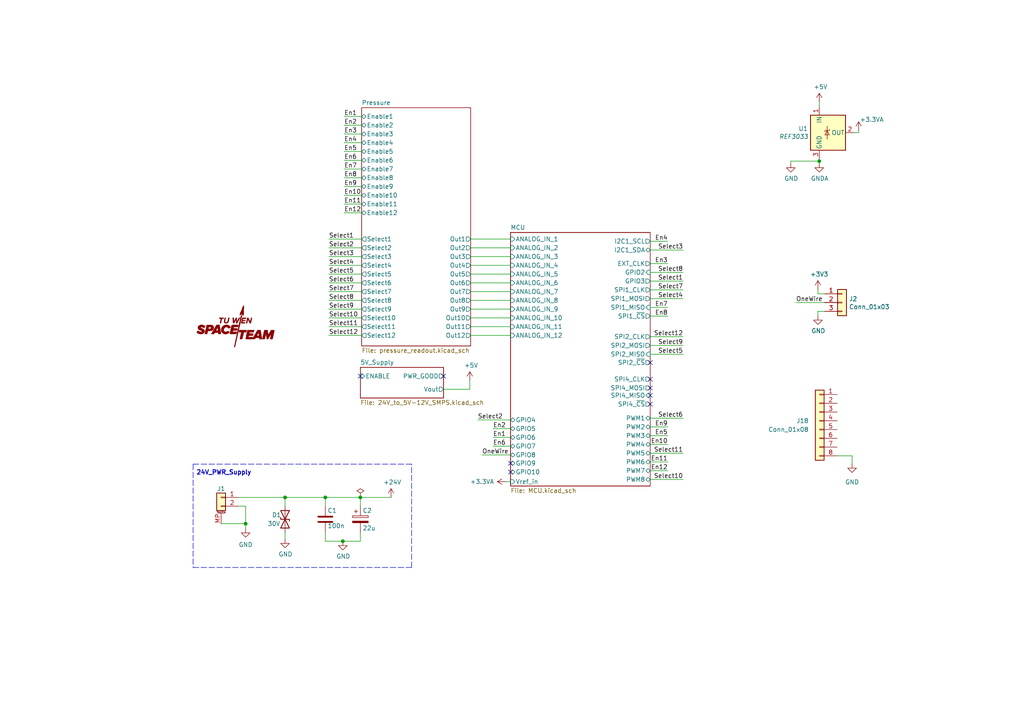
<source format=kicad_sch>
(kicad_sch (version 20211123) (generator eeschema)
  (paper "A4")
  (title_block (title "IOB V3") (date "2022-11-19") (company "TUST") (comment 1 "Nathan Runggaldier"))
  (lib_symbols
    (symbol "Connector_Generic:Conn_01x03" (pin_names (offset 1.016) hide)
      (property "Reference" "J" (at 0 5.08 0))
      (property "Value" "Conn_01x03" (at 0 -5.08 0))
      (symbol "Conn_01x03_1_1"
        (rectangle (start -1.27 -2.413) (end 0 -2.667) (stroke (width 0.1524)))
        (rectangle (start -1.27 0.127) (end 0 -0.127) (stroke (width 0.1524)))
        (rectangle (start -1.27 2.667) (end 0 2.413) (stroke (width 0.1524)))
        (rectangle (start -1.27 3.81) (end 1.27 -3.81) (stroke (width 0.254)) (fill (type background)))
        (pin passive line (at -5.08 2.54 0) (length 3.81) (name "Pin_1") (number "1"))
        (pin passive line (at -5.08 0 0) (length 3.81) (name "Pin_2") (number "2"))
        (pin passive line (at -5.08 -2.54 0) (length 3.81) (name "Pin_3") (number "3"))
      )
    )
    (symbol "Connector_Generic:Conn_01x08" (pin_names (offset 1.016) hide)
      (property "Reference" "J" (at 0 10.16 0))
      (property "Value" "Conn_01x08" (at 0 -12.7 0))
      (symbol "Conn_01x08_1_1"
        (rectangle (start -1.27 -10.033) (end 0 -10.287) (stroke (width 0.1524)))
        (rectangle (start -1.27 -7.493) (end 0 -7.747) (stroke (width 0.1524)))
        (rectangle (start -1.27 -4.953) (end 0 -5.207) (stroke (width 0.1524)))
        (rectangle (start -1.27 -2.413) (end 0 -2.667) (stroke (width 0.1524)))
        (rectangle (start -1.27 0.127) (end 0 -0.127) (stroke (width 0.1524)))
        (rectangle (start -1.27 2.667) (end 0 2.413) (stroke (width 0.1524)))
        (rectangle (start -1.27 5.207) (end 0 4.953) (stroke (width 0.1524)))
        (rectangle (start -1.27 7.747) (end 0 7.493) (stroke (width 0.1524)))
        (rectangle (start -1.27 8.89) (end 1.27 -11.43) (stroke (width 0.254)) (fill (type background)))
        (pin passive line (at -5.08 7.62 0) (length 3.81) (name "Pin_1") (number "1"))
        (pin passive line (at -5.08 5.08 0) (length 3.81) (name "Pin_2") (number "2"))
        (pin passive line (at -5.08 2.54 0) (length 3.81) (name "Pin_3") (number "3"))
        (pin passive line (at -5.08 0 0) (length 3.81) (name "Pin_4") (number "4"))
        (pin passive line (at -5.08 -2.54 0) (length 3.81) (name "Pin_5") (number "5"))
        (pin passive line (at -5.08 -5.08 0) (length 3.81) (name "Pin_6") (number "6"))
        (pin passive line (at -5.08 -7.62 0) (length 3.81) (name "Pin_7") (number "7"))
        (pin passive line (at -5.08 -10.16 0) (length 3.81) (name "Pin_8") (number "8"))
      )
    )
    (symbol "Connector_Generic_MountingPin:Conn_01x02_MountingPin" (pin_names (offset 1.016) hide)
      (property "Reference" "J" (at 0 2.54 0))
      (property "Value" "Conn_01x02_MountingPin" (at 1.27 -5.08 0))
      (symbol "Conn_01x02_MountingPin_1_1"
        (rectangle (start -1.27 -2.413) (end 0 -2.667) (stroke (width 0.1524)))
        (rectangle (start -1.27 0.127) (end 0 -0.127) (stroke (width 0.1524)))
        (rectangle (start -1.27 1.27) (end 1.27 -3.81) (stroke (width 0.254)) (fill (type background)))
        (polyline (pts (xy -1.016 -4.572) (xy 1.016 -4.572)) (stroke (width 0.1524)))
        (text "Mounting" (at 0 -4.191 0) (effects (font (size 0.381 0.381))))
        (pin passive line (at -5.08 0 0) (length 3.81) (name "Pin_1") (number "1"))
        (pin passive line (at -5.08 -2.54 0) (length 3.81) (name "Pin_2") (number "2"))
        (pin passive line (at 0 -7.62 90) (length 3.048) (name "MountPin") (number "MP"))
      )
    )
    (symbol "Device:C" (pin_numbers hide) (pin_names (offset 0.254))
      (property "Reference" "C" (at 0.635 2.54 0))
      (property "Value" "C" (at 0.635 -2.54 0))
      (symbol "C_0_1"
        (polyline (pts (xy -2.032 -0.762) (xy 2.032 -0.762)) (stroke (width 0.508)))
        (polyline (pts (xy -2.032 0.762) (xy 2.032 0.762)) (stroke (width 0.508)))
      )
      (symbol "C_1_1"
        (pin passive line (at 0 3.81 270) (length 2.794) (name "~") (number "1"))
        (pin passive line (at 0 -3.81 90) (length 2.794) (name "~") (number "2"))
      )
    )
    (symbol "Device:D_TVS" (pin_numbers hide) (pin_names (offset 1.016) hide)
      (property "Reference" "D" (at 0 2.54 0))
      (property "Value" "D_TVS" (at 0 -2.54 0))
      (symbol "D_TVS_0_1"
        (polyline (pts (xy 1.27 0) (xy -1.27 0)))
        (polyline (pts (xy 0.508 1.27) (xy 0 1.27) (xy 0 -1.27) (xy -0.508 -1.27)) (stroke (width 0.254)))
        (polyline (pts (xy -2.54 1.27) (xy -2.54 -1.27) (xy 2.54 1.27) (xy 2.54 -1.27) (xy -2.54 1.27)) (stroke (width 0.254)))
      )
      (symbol "D_TVS_1_1"
        (pin passive line (at -3.81 0 0) (length 2.54) (name "A1") (number "1"))
        (pin passive line (at 3.81 0 180) (length 2.54) (name "A2") (number "2"))
      )
    )
    (symbol "IOB-rescue:CP-Device" (pin_numbers hide) (pin_names (offset 0.254))
      (property "Reference" "C" (at 0.635 2.54 0))
      (property "Value" "CP-Device" (at 0.635 -2.54 0))
      (symbol "CP-Device_0_1"
        (rectangle (start -2.286 0.508) (end 2.286 1.016))
        (polyline (pts (xy -1.778 2.286) (xy -0.762 2.286)))
        (polyline (pts (xy -1.27 2.794) (xy -1.27 1.778)))
        (rectangle (start 2.286 -0.508) (end -2.286 -1.016) (fill (type outline)))
      )
      (symbol "CP-Device_1_1"
        (pin passive line (at 0 3.81 270) (length 2.794) (name "~") (number "1"))
        (pin passive line (at 0 -3.81 90) (length 2.794) (name "~") (number "2"))
      )
    )
    (symbol "Reference_Voltage:REF3033" (pin_names (offset 0.254))
      (property "Reference" "U" (at 0 6.35 0))
      (property "Value" "REF3033" (at 2.54 -6.35 0))
      (symbol "REF3033_0_1"
        (rectangle (start -5.08 5.08) (end 5.08 -5.08) (stroke (width 0.254)) (fill (type background)))
        (polyline (pts (xy -0.254 1.905) (xy -0.254 -1.905)))
        (polyline (pts (xy -0.889 -0.635) (xy 0.381 -0.635) (xy -0.254 0.635) (xy -0.889 -0.635)))
        (polyline (pts (xy 0.381 1.016) (xy 0.381 0.635) (xy -0.889 0.635) (xy -0.889 0.254)))
      )
      (symbol "REF3033_1_1"
        (pin power_in line (at -2.54 7.62 270) (length 2.54) (name "IN") (number "1"))
        (pin power_out line (at 7.62 0 180) (length 2.54) (name "OUT") (number "2"))
        (pin power_in line (at -2.54 -7.62 90) (length 2.54) (name "GND") (number "3"))
      )
    )
    (symbol "TXV_Library_Symbols:SpaceTeam_LOGO" (pin_names (offset 1.016))
      (symbol "SpaceTeam_LOGO_0_0"
        (polyline (pts (xy -4.2672 0.889) (xy -4.191 1.1176) (xy -4.1656 1.3208) (xy -4.1656 1.3462) (xy -4.0894 1.6256) (xy -4.0386 1.8542) (xy -4.0132 2.0066) (xy -3.9624 2.0828) (xy -3.937 2.1336) (xy -3.8862 2.159) (xy -3.81 2.1844) (xy -3.6068 2.1844) (xy -3.5306 2.2098) (xy -3.4798 2.2606) (xy -3.4798 2.3368) (xy -3.4544 2.4638) (xy -4.064 2.4384) (xy -4.6736 2.4384) (xy -4.699 2.3114) (xy -4.699 2.2352) (xy -4.6736 2.1844) (xy -4.2672 2.1844) (xy -4.3942 1.5748) (xy -4.3942 1.5494) (xy -4.445 1.3208) (xy -4.4958 1.143) (xy -4.5212 0.9906) (xy -4.5212 0.9144) (xy -4.4958 0.8636) (xy -4.3942 0.8382) (xy -4.2926 0.8382) (xy -4.2672 0.889)) (stroke (width 0.0254)) (fill (type outline)))
        (polyline (pts (xy 2.7178 1.1176) (xy 2.0574 1.1176) (xy 2.0066 1.1684) (xy 2.0066 1.3716) (xy 2.0574 1.524) (xy 2.794 1.524) (xy 2.8448 1.5494) (xy 2.8702 1.6002) (xy 2.8702 1.7018) (xy 2.8448 1.7272) (xy 2.794 1.7526) (xy 2.1082 1.7526) (xy 2.1336 1.905) (xy 2.159 2.032) (xy 2.1844 2.1082) (xy 2.1844 2.1336) (xy 2.2606 2.159) (xy 2.3876 2.159) (xy 2.5908 2.1844) (xy 2.9718 2.1844) (xy 2.9972 2.2098) (xy 3.0226 2.2606) (xy 3.0226 2.3368) (xy 3.048 2.3876) (xy 2.9972 2.4384) (xy 1.9558 2.4384) (xy 1.8034 1.7526) (xy 1.7272 1.3716) (xy 1.7018 1.1684) (xy 1.6256 0.9398) (xy 1.6256 0.889) (xy 1.6764 0.8382) (xy 2.7178 0.8382) (xy 2.7178 1.1176)) (stroke (width 0.0254)) (fill (type outline)))
        (polyline (pts (xy 2.2352 3.0988) (xy 2.286 3.2258) (xy 2.3368 3.429) (xy 2.3622 3.7084) (xy 2.3622 4.5212) (xy 2.3876 4.826) (xy 2.413 5.08) (xy 2.413 5.207) (xy 2.4384 5.4864) (xy 2.4384 5.6896) (xy 2.413 5.8674) (xy 2.3876 5.969) (xy 2.3368 5.9944) (xy 2.3114 5.969) (xy 2.159 5.7404) (xy 2.0828 5.5372) (xy 1.9812 5.334) (xy 1.905 5.1308) (xy 1.8542 4.9276) (xy 1.8288 4.9022) (xy 1.778 4.699) (xy 1.5748 4.2926) (xy 1.4732 4.1148) (xy 1.397 3.9116) (xy 1.3208 3.7338) (xy 1.27 3.5306) (xy 1.2446 3.3782) (xy 1.2446 3.2766) (xy 1.2954 3.2258) (xy 1.4478 3.302) (xy 1.5748 3.3782) (xy 1.778 3.4798) (xy 1.8034 3.5052) (xy 1.905 3.4036) (xy 1.9812 3.2766) (xy 2.0574 3.175) (xy 2.1336 3.0988) (xy 2.1844 3.0734) (xy 2.2352 3.0988)) (stroke (width 0.0254)) (fill (type outline)))
        (polyline (pts (xy 1.905 -3.7084) (xy 1.9558 -3.683) (xy 1.9812 -3.5814) (xy 2.0066 -3.429) (xy 2.0574 -3.2258) (xy 2.1082 -2.9718) (xy 2.1844 -2.6924) (xy 2.3876 -1.7526) (xy 2.9972 -1.7526) (xy 3.0734 -1.7272) (xy 3.1242 -1.6256) (xy 3.1496 -1.4986) (xy 3.2004 -1.3462) (xy 3.2004 -1.3208) (xy 3.2258 -1.1938) (xy 3.2258 -1.143) (xy 3.1242 -1.1176) (xy 1.0668 -1.1176) (xy 1.016 -1.3716) (xy 1.016 -1.4224) (xy 0.9906 -1.6002) (xy 0.9906 -1.6764) (xy 1.0414 -1.7272) (xy 1.143 -1.7526) (xy 1.524 -1.7526) (xy 1.6256 -1.778) (xy 1.651 -1.8034) (xy 1.651 -1.8542) (xy 1.6256 -1.9558) (xy 1.5748 -2.1082) (xy 1.4732 -2.5654) (xy 1.3716 -3.0734) (xy 1.3208 -3.302) (xy 1.2954 -3.4798) (xy 1.27 -3.6322) (xy 1.2446 -3.683) (xy 1.27 -3.7084) (xy 1.3462 -3.7338) (xy 1.778 -3.7338) (xy 1.905 -3.7084)) (stroke (width 0.0254)) (fill (type outline)))
        (polyline (pts (xy -6.1468 -2.0574) (xy -6.0198 -1.8542) (xy -5.1562 -1.8542) (xy -5.0546 -1.8796) (xy -5.0038 -1.9304) (xy -4.9784 -2.0066) (xy -4.9784 -2.2606) (xy -4.3942 -2.2606) (xy -4.2926 -2.2352) (xy -4.2418 -2.2352) (xy -4.2418 -2.159) (xy -4.2672 -2.0066) (xy -4.2926 -1.8034) (xy -4.3434 -1.5494) (xy -4.3942 -1.2446) (xy -4.445 -0.9144) (xy -4.6482 0.381) (xy -5.5118 0.381) (xy -6.1976 -0.762) (xy -6.223 -0.8128) (xy -6.4008 -1.1176) (xy -6.4516 -1.2192) (xy -5.6642 -1.2192) (xy -5.6642 -1.1938) (xy -5.5372 -0.9398) (xy -5.4356 -0.762) (xy -5.1816 -0.3048) (xy -5.1562 -0.6096) (xy -5.1308 -0.7366) (xy -5.1054 -0.9398) (xy -5.08 -1.0668) (xy -5.0546 -1.2446) (xy -5.6388 -1.2446) (xy -5.6642 -1.2192) (xy -6.4516 -1.2192) (xy -6.5532 -1.397) (xy -6.7056 -1.651) (xy -6.8326 -1.8542) (xy -6.9342 -2.0066) (xy -6.9596 -2.0828) (xy -7.0612 -2.2606) (xy -6.2484 -2.2606) (xy -6.1468 -2.0574)) (stroke (width 0.0254)) (fill (type outline)))
        (polyline (pts (xy -0.508 2.4638) (xy -0.6858 2.4384) (xy -0.8382 2.4384) (xy -0.8128 2.1844) (xy -0.8128 2.0828) (xy -0.762 1.6256) (xy -0.762 1.3716) (xy -0.7112 0.8382) (xy -0.5334 0.8382) (xy -0.4318 0.889) (xy -0.3556 0.9906) (xy -0.2794 1.1176) (xy -0.1778 1.3462) (xy 0 1.7018) (xy 0.0762 1.8034) (xy 0.1016 1.8542) (xy 0.127 1.8288) (xy 0.127 1.7272) (xy 0.1524 1.5494) (xy 0.1524 1.3462) (xy 0.1778 0.8636) (xy 0.3048 0.8382) (xy 0.4572 0.8382) (xy 0.8636 1.6256) (xy 1.0922 2.0828) (xy 1.1684 2.2606) (xy 1.2192 2.3876) (xy 1.2446 2.4384) (xy 1.016 2.4384) (xy 0.9652 2.413) (xy 0.9144 2.3622) (xy 0.7874 2.1082) (xy 0.6604 1.8796) (xy 0.381 1.3208) (xy 0.3556 1.8796) (xy 0.3302 2.1082) (xy 0.3302 2.286) (xy 0.3048 2.3876) (xy 0.2794 2.4384) (xy 0.127 2.4384) (xy 0.0762 2.3876) (xy 0.0254 2.286) (xy -0.0762 2.1082) (xy -0.2032 1.8796) (xy -0.4826 1.3462) (xy -0.4826 1.8796) (xy -0.508 2.4638)) (stroke (width 0.0254)) (fill (type outline)))
        (polyline (pts (xy -2.5146 0.8636) (xy -2.3114 0.9398) (xy -2.1844 1.0414) (xy -2.1082 1.1684) (xy -2.0828 1.2446) (xy -2.032 1.3716) (xy -1.9304 1.778) (xy -1.8796 2.0066) (xy -1.8288 2.1844) (xy -1.8034 2.3368) (xy -1.8034 2.413) (xy -1.8288 2.4384) (xy -2.0066 2.4384) (xy -2.0574 2.413) (xy -2.0828 2.3368) (xy -2.1082 2.2098) (xy -2.159 2.0066) (xy -2.2352 1.7272) (xy -2.286 1.524) (xy -2.3368 1.3716) (xy -2.3622 1.27) (xy -2.413 1.2192) (xy -2.4892 1.1684) (xy -2.5908 1.0922) (xy -2.7686 1.0668) (xy -2.921 1.1176) (xy -3.0226 1.2446) (xy -3.048 1.3208) (xy -3.048 1.4986) (xy -3.0226 1.651) (xy -2.9718 1.8796) (xy -2.9464 2.032) (xy -2.8956 2.2352) (xy -2.8702 2.3622) (xy -2.8702 2.413) (xy -2.8956 2.4384) (xy -3.1242 2.4384) (xy -3.1496 2.3876) (xy -3.175 2.2606) (xy -3.2004 2.1082) (xy -3.2512 1.8796) (xy -3.2766 1.7272) (xy -3.3274 1.4732) (xy -3.3274 1.27) (xy -3.302 1.1176) (xy -3.2258 1.016) (xy -3.1242 0.9144) (xy -2.9464 0.8636) (xy -2.7432 0.8382) (xy -2.5146 0.8636)) (stroke (width 0.0254)) (fill (type outline)))
        (polyline (pts (xy 3.3528 0.8636) (xy 3.4544 1.397) (xy 3.5052 1.6256) (xy 3.556 1.778) (xy 3.5814 1.905) (xy 3.6068 1.9304) (xy 3.6576 1.8796) (xy 3.7084 1.7526) (xy 3.9878 1.1938) (xy 4.064 1.016) (xy 4.1402 0.9144) (xy 4.191 0.8636) (xy 4.2418 0.8382) (xy 4.4196 0.8382) (xy 4.5974 1.6002) (xy 4.6228 1.8034) (xy 4.6736 2.0574) (xy 4.7244 2.2352) (xy 4.7498 2.3622) (xy 4.7498 2.413) (xy 4.7244 2.4384) (xy 4.5466 2.4384) (xy 4.4958 2.413) (xy 4.4704 2.3368) (xy 4.445 2.2098) (xy 4.3942 2.0066) (xy 4.3688 1.8796) (xy 4.318 1.6764) (xy 4.2926 1.524) (xy 4.2672 1.4224) (xy 4.2418 1.3716) (xy 4.2164 1.3716) (xy 4.191 1.397) (xy 4.1402 1.4732) (xy 4.064 1.651) (xy 3.9624 1.8796) (xy 3.9116 1.9558) (xy 3.7338 2.3114) (xy 3.683 2.3876) (xy 3.6576 2.4384) (xy 3.4036 2.4384) (xy 3.2512 1.7272) (xy 3.2258 1.6256) (xy 3.175 1.3716) (xy 3.1242 1.1684) (xy 3.0988 1.016) (xy 3.0734 0.9398) (xy 3.0734 0.8636) (xy 3.0988 0.8382) (xy 3.2004 0.8382) (xy 3.3528 0.8636)) (stroke (width 0.0254)) (fill (type outline)))
        (polyline (pts (xy -0.1778 -6.0198) (xy -0.1524 -5.9182) (xy -0.127 -5.7404) (xy -0.0508 -5.4864) (xy 0 -5.1816) (xy 0.1016 -4.8006) (xy 0.2032 -4.3434) (xy 0.3048 -3.8608) (xy 0.4318 -3.3274) (xy 0.5588 -2.7686) (xy 0.6858 -2.159) (xy 0.8382 -1.5494) (xy 0.9144 -1.1938) (xy 1.0414 -0.5842) (xy 1.1938 0.0254) (xy 1.3208 0.5588) (xy 1.4224 1.0668) (xy 1.524 1.5494) (xy 1.6256 1.9558) (xy 1.7018 2.3114) (xy 1.7526 2.5908) (xy 1.8034 2.8194) (xy 1.8288 2.9464) (xy 1.8542 2.9972) (xy 1.8542 3.048) (xy 1.778 3.1496) (xy 1.7526 3.1496) (xy 1.7272 3.175) (xy 1.6764 3.175) (xy 1.651 3.1242) (xy 1.6002 3.0734) (xy 1.5748 2.9718) (xy 1.524 2.8448) (xy 1.4732 2.6416) (xy 1.4224 2.413) (xy 1.3462 2.1336) (xy 1.27 1.8034) (xy 1.1938 1.3716) (xy 1.0922 0.9144) (xy 0.9652 0.3556) (xy 0.8382 -0.2794) (xy 0.6858 -1.016) (xy 0.5588 -1.5748) (xy 0.3048 -2.7432) (xy 0.2032 -3.2766) (xy 0.0762 -3.7846) (xy -0.0254 -4.2418) (xy -0.1016 -4.6482) (xy -0.1778 -4.9784) (xy -0.2286 -5.2578) (xy -0.3048 -5.5626) (xy -0.4064 -6.0452) (xy -0.2286 -6.0452) (xy -0.1778 -6.0198)) (stroke (width 0.0254)) (fill (type outline)))
        (polyline (pts (xy 0.254 -2.2352) (xy 0.2794 -2.1336) (xy 0.2794 -2.1082) (xy 0.3048 -1.9812) (xy 0.3556 -1.8288) (xy 0.381 -1.651) (xy -0.8382 -1.651) (xy -0.8128 -1.4986) (xy -0.7874 -1.4478) (xy -0.762 -1.3462) (xy -0.762 -1.27) (xy -0.6858 -1.27) (xy -0.5588 -1.2446) (xy 0.4572 -1.2446) (xy 0.5588 -0.7366) (xy 0.5588 -0.6858) (xy 0.508 -0.6604) (xy 0.381 -0.6604) (xy 0.2032 -0.635) (xy -0.6096 -0.635) (xy -0.5588 -0.381) (xy -0.5588 -0.2794) (xy -0.5334 -0.254) (xy -0.4826 -0.254) (xy -0.3556 -0.2286) (xy 0.4826 -0.2286) (xy 0.6096 -0.2032) (xy 0.6604 -0.1778) (xy 0.7112 -0.127) (xy 0.7366 -0.0508) (xy 0.762 0.0762) (xy 0.8128 0.2794) (xy 0.8128 0.3302) (xy 0.7874 0.3556) (xy 0.6096 0.3556) (xy 0.4318 0.381) (xy -0.7366 0.381) (xy -0.889 0.3556) (xy -1.016 0.3556) (xy -1.0668 0.3302) (xy -1.1176 0.3302) (xy -1.1176 0.2794) (xy -1.1938 0.0508) (xy -1.2192 -0.1778) (xy -1.2954 -0.4318) (xy -1.3462 -0.7112) (xy -1.4224 -0.9906) (xy -1.4732 -1.2954) (xy -1.5748 -1.8034) (xy -1.6256 -2.0066) (xy -1.651 -2.1336) (xy -1.651 -2.2098) (xy -1.6256 -2.2352) (xy -1.5494 -2.2352) (xy -1.4478 -2.2606) (xy -0.7112 -2.2606) (xy 0.254 -2.2352)) (stroke (width 0.0254)) (fill (type outline)))
        (polyline (pts (xy -8.1534 -1.905) (xy -8.1534 -1.8542) (xy -8.1026 -1.7018) (xy -8.0772 -1.5494) (xy -8.0518 -1.4732) (xy -8.0518 -1.4478) (xy -8.001 -1.4224) (xy -7.9248 -1.397) (xy -7.7978 -1.3716) (xy -7.3406 -1.3716) (xy -7.112 -1.3462) (xy -6.9088 -1.2954) (xy -6.7564 -1.2192) (xy -6.6294 -1.0922) (xy -6.604 -1.0922) (xy -6.4516 -0.8636) (xy -6.35 -0.6096) (xy -6.3246 -0.381) (xy -6.3754 -0.127) (xy -6.5024 0.0762) (xy -6.6802 0.254) (xy -6.731 0.254) (xy -6.7818 0.3048) (xy -6.858 0.3302) (xy -6.9596 0.3302) (xy -7.112 0.3556) (xy -8.382 0.3556) (xy -8.5852 -0.7366) (xy -7.8994 -0.7366) (xy -7.874 -0.6858) (xy -7.8486 -0.5588) (xy -7.8232 -0.4064) (xy -7.7978 -0.2286) (xy -7.4676 -0.2286) (xy -7.2644 -0.254) (xy -7.1374 -0.3302) (xy -7.0612 -0.4318) (xy -7.0612 -0.5588) (xy -7.1628 -0.6604) (xy -7.239 -0.7112) (xy -7.366 -0.762) (xy -7.5692 -0.762) (xy -7.6962 -0.7874) (xy -7.8232 -0.7874) (xy -7.874 -0.762) (xy -7.8994 -0.7366) (xy -8.5852 -0.7366) (xy -8.636 -0.8636) (xy -8.636 -0.889) (xy -8.7884 -1.4986) (xy -8.8392 -1.7526) (xy -8.8646 -1.9812) (xy -8.89 -2.1082) (xy -8.9154 -2.1844) (xy -8.89 -2.2098) (xy -8.8392 -2.2352) (xy -8.7376 -2.2606) (xy -8.2296 -2.2606) (xy -8.1534 -1.905)) (stroke (width 0.0254)) (fill (type outline)))
        (polyline (pts (xy -9.8298 -2.2606) (xy -9.525 -2.1844) (xy -9.2964 -2.032) (xy -9.1186 -1.8542) (xy -8.9916 -1.6002) (xy -8.9916 -1.5748) (xy -8.9662 -1.3462) (xy -9.0424 -1.143) (xy -9.1694 -0.9652) (xy -9.398 -0.8128) (xy -10.1092 -0.4572) (xy -10.1854 -0.4064) (xy -10.1854 -0.3556) (xy -10.1346 -0.2794) (xy -10.0584 -0.2286) (xy -9.8806 -0.2286) (xy -9.6774 -0.254) (xy -9.2202 -0.4826) (xy -9.1694 -0.4826) (xy -9.0932 -0.4064) (xy -8.9662 -0.3048) (xy -8.8646 -0.1778) (xy -8.8138 -0.0762) (xy -8.763 -0.0254) (xy -8.7884 0) (xy -8.8646 0.0508) (xy -8.9916 0.127) (xy -9.2202 0.2794) (xy -9.525 0.3556) (xy -9.8298 0.4064) (xy -10.1092 0.381) (xy -10.3632 0.3048) (xy -10.5918 0.1778) (xy -10.7696 0.0254) (xy -10.8712 -0.2032) (xy -10.922 -0.4318) (xy -10.922 -0.4826) (xy -10.8712 -0.6858) (xy -10.795 -0.8382) (xy -10.6426 -0.9906) (xy -10.414 -1.1176) (xy -10.1092 -1.2446) (xy -9.906 -1.3208) (xy -9.779 -1.4224) (xy -9.7282 -1.4986) (xy -9.7536 -1.5748) (xy -9.8806 -1.651) (xy -9.9822 -1.6764) (xy -10.2108 -1.651) (xy -10.4394 -1.5748) (xy -10.668 -1.4478) (xy -10.8966 -1.2954) (xy -11.0744 -1.524) (xy -11.176 -1.6256) (xy -11.2522 -1.778) (xy -11.2522 -1.8288) (xy -11.1506 -1.9304) (xy -11.0236 -2.032) (xy -10.8204 -2.1082) (xy -10.6172 -2.2098) (xy -10.414 -2.2606) (xy -10.1346 -2.286) (xy -9.8298 -2.2606)) (stroke (width 0.0254)) (fill (type outline)))
        (polyline (pts (xy -2.5146 -2.2352) (xy -2.2606 -2.159) (xy -2.159 -2.1082) (xy -2.0066 -2.0066) (xy -1.8796 -1.905) (xy -1.778 -1.8034) (xy -1.7526 -1.7272) (xy -1.8542 -1.6256) (xy -1.9558 -1.5494) (xy -2.0828 -1.4732) (xy -2.1844 -1.397) (xy -2.2352 -1.3716) (xy -2.2606 -1.397) (xy -2.3114 -1.4224) (xy -2.413 -1.4986) (xy -2.6162 -1.6002) (xy -2.8194 -1.651) (xy -3.0226 -1.6256) (xy -3.2004 -1.524) (xy -3.3528 -1.397) (xy -3.429 -1.1938) (xy -3.429 -0.9906) (xy -3.3782 -0.762) (xy -3.2512 -0.5588) (xy -3.0734 -0.381) (xy -2.8956 -0.2794) (xy -2.6924 -0.2286) (xy -2.5908 -0.2286) (xy -2.4384 -0.2794) (xy -2.3114 -0.3556) (xy -2.2098 -0.4318) (xy -2.1844 -0.508) (xy -2.1082 -0.5842) (xy -2.0574 -0.6096) (xy -1.9558 -0.5842) (xy -1.651 -0.4826) (xy -1.524 -0.4318) (xy -1.4478 -0.4064) (xy -1.4478 -0.3302) (xy -1.4986 -0.2286) (xy -1.6002 -0.1016) (xy -1.7272 0.0508) (xy -1.8796 0.1778) (xy -2.0574 0.2794) (xy -2.159 0.3302) (xy -2.286 0.3556) (xy -2.4384 0.381) (xy -2.9718 0.381) (xy -3.1242 0.3302) (xy -3.302 0.254) (xy -3.429 0.2032) (xy -3.683 0) (xy -3.9116 -0.2286) (xy -4.064 -0.508) (xy -4.1402 -0.7874) (xy -4.191 -1.0922) (xy -4.1656 -1.3716) (xy -4.064 -1.651) (xy -3.8862 -1.8796) (xy -3.6576 -2.0828) (xy -3.6322 -2.1082) (xy -3.4544 -2.1844) (xy -3.0988 -2.286) (xy -2.8194 -2.286) (xy -2.5146 -2.2352)) (stroke (width 0.0254)) (fill (type outline)))
        (polyline (pts (xy 8.4836 -3.7084) (xy 8.636 -3.048) (xy 8.6868 -2.7686) (xy 8.7376 -2.54) (xy 8.763 -2.413) (xy 8.7884 -2.3114) (xy 8.8138 -2.2606) (xy 8.8138 -2.286) (xy 8.8392 -2.3114) (xy 8.8392 -2.3368) (xy 8.8646 -2.4384) (xy 8.89 -2.5908) (xy 8.9408 -2.8194) (xy 8.9662 -3.048) (xy 9.0678 -3.7338) (xy 9.4234 -3.7338) (xy 9.8552 -2.9718) (xy 9.8806 -2.9464) (xy 10.0076 -2.7178) (xy 10.1346 -2.5146) (xy 10.2362 -2.3622) (xy 10.3124 -2.2606) (xy 10.3378 -2.2352) (xy 10.3124 -2.3368) (xy 10.287 -2.4892) (xy 10.2362 -2.6924) (xy 10.1854 -2.921) (xy 10.16 -3.048) (xy 10.1092 -3.2766) (xy 10.0584 -3.4798) (xy 10.033 -3.6068) (xy 10.033 -3.683) (xy 10.0584 -3.7084) (xy 10.1854 -3.7338) (xy 10.6426 -3.7338) (xy 10.7188 -3.7084) (xy 10.7442 -3.6576) (xy 10.7696 -3.5814) (xy 10.795 -3.4036) (xy 10.8458 -3.2004) (xy 10.8966 -2.9464) (xy 10.9728 -2.667) (xy 11.0236 -2.3622) (xy 11.0744 -2.0828) (xy 11.1506 -1.8034) (xy 11.2014 -1.5748) (xy 11.2268 -1.3716) (xy 11.2522 -1.2446) (xy 11.2776 -1.1684) (xy 11.2268 -1.143) (xy 11.1506 -1.1176) (xy 10.3124 -1.1176) (xy 9.906 -1.8034) (xy 9.4742 -2.4892) (xy 9.271 -1.1176) (xy 8.3312 -1.1176) (xy 8.0772 -2.3114) (xy 8.001 -2.6416) (xy 7.9248 -2.9464) (xy 7.874 -3.2004) (xy 7.8232 -3.4036) (xy 7.7978 -3.556) (xy 7.7724 -3.6322) (xy 7.7724 -3.7084) (xy 7.8232 -3.7338) (xy 8.1026 -3.7338) (xy 8.4836 -3.7084)) (stroke (width 0.0254)) (fill (type outline)))
        (polyline (pts (xy 5.6642 -3.7084) (xy 5.7404 -3.5306) (xy 5.842 -3.3782) (xy 6.8834 -3.3782) (xy 6.9342 -3.7338) (xy 7.6708 -3.7338) (xy 7.6454 -3.6068) (xy 7.6454 -3.5814) (xy 7.62 -3.4544) (xy 7.5946 -3.2766) (xy 7.5438 -3.0226) (xy 7.5184 -2.7432) (xy 7.4676 -2.4384) (xy 7.4422 -2.3114) (xy 7.3914 -2.0066) (xy 7.3406 -1.7272) (xy 7.3152 -1.4986) (xy 7.2898 -1.3462) (xy 7.2644 -1.2446) (xy 7.239 -1.1176) (xy 6.3754 -1.1176) (xy 5.6896 -2.286) (xy 5.6388 -2.3876) (xy 5.461 -2.6924) (xy 5.4356 -2.7432) (xy 6.1976 -2.7432) (xy 6.223 -2.6924) (xy 6.2738 -2.5654) (xy 6.35 -2.4384) (xy 6.4516 -2.2606) (xy 6.5532 -2.1082) (xy 6.6294 -1.9812) (xy 6.6802 -1.905) (xy 6.7056 -1.8796) (xy 6.731 -1.9558) (xy 6.7564 -2.0828) (xy 6.7564 -2.286) (xy 6.7818 -2.4638) (xy 6.8072 -2.5908) (xy 6.8326 -2.6924) (xy 6.8326 -2.7432) (xy 6.7818 -2.7432) (xy 6.6802 -2.7686) (xy 6.223 -2.7686) (xy 6.1976 -2.7432) (xy 5.4356 -2.7432) (xy 5.2832 -2.9464) (xy 5.1562 -3.2004) (xy 5.0292 -3.3782) (xy 4.953 -3.5052) (xy 4.9022 -3.5814) (xy 4.8768 -3.6322) (xy 4.8514 -3.6322) (xy 4.8768 -3.556) (xy 4.9022 -3.429) (xy 4.9276 -3.2766) (xy 4.953 -3.1496) (xy 3.7338 -3.1496) (xy 3.7592 -2.9718) (xy 3.7846 -2.9464) (xy 3.81 -2.8194) (xy 3.81 -2.7686) (xy 3.8354 -2.7432) (xy 4.0132 -2.7432) (xy 4.2164 -2.7178) (xy 5.0292 -2.7178) (xy 5.1054 -2.3368) (xy 5.1308 -2.2352) (xy 5.1308 -2.159) (xy 5.08 -2.1336) (xy 4.5466 -2.1336) (xy 4.5212 -2.1082) (xy 4.0132 -2.1082) (xy 3.9878 -2.0828) (xy 3.9878 -2.0066) (xy 4.0132 -1.905) (xy 4.0386 -1.7526) (xy 5.2578 -1.7526) (xy 5.334 -1.3716) (xy 5.3848 -1.2446) (xy 5.3848 -1.143) (xy 5.334 -1.1176) (xy 3.556 -1.1176) (xy 3.4544 -1.1684) (xy 3.4544 -1.1938) (xy 3.3782 -1.4224) (xy 3.3528 -1.651) (xy 3.2766 -1.905) (xy 3.2258 -2.1844) (xy 3.1496 -2.4638) (xy 3.0988 -2.7686) (xy 3.048 -3.048) (xy 2.9972 -3.2766) (xy 2.9464 -3.4798) (xy 2.921 -3.6068) (xy 2.921 -3.683) (xy 2.9718 -3.7084) (xy 3.048 -3.7084) (xy 3.1496 -3.7338) (xy 4.2926 -3.7338) (xy 5.6642 -3.7084)) (stroke (width 0.0254)) (fill (type outline)))
      )
    )
    (symbol "power:+24V" (power) (pin_names (offset 0))
      (property "Value" "+24V" (at 0 3.556 0))
      (symbol "+24V_0_1"
        (polyline (pts (xy -0.762 1.27) (xy 0 2.54)))
        (polyline (pts (xy 0 0) (xy 0 2.54)))
        (polyline (pts (xy 0 2.54) (xy 0.762 1.27)))
      )
      (symbol "+24V_1_1"
        (pin power_in line (at 0 0 90) (length 0) hide (name "+24V") (number "1"))
      )
    )
    (symbol "power:+3.3V" (power) (pin_names (offset 0))
      (property "Value" "+3.3V" (at 0 3.556 0))
      (symbol "+3.3V_0_1"
        (polyline (pts (xy -0.762 1.27) (xy 0 2.54)))
        (polyline (pts (xy 0 0) (xy 0 2.54)))
        (polyline (pts (xy 0 2.54) (xy 0.762 1.27)))
      )
      (symbol "+3.3V_1_1"
        (pin power_in line (at 0 0 90) (length 0) hide (name "+3V3") (number "1"))
      )
    )
    (symbol "power:+3.3VA" (power) (pin_names (offset 0))
      (property "Value" "+3.3VA" (at 0 3.556 0))
      (symbol "+3.3VA_0_1"
        (polyline (pts (xy -0.762 1.27) (xy 0 2.54)))
        (polyline (pts (xy 0 0) (xy 0 2.54)))
        (polyline (pts (xy 0 2.54) (xy 0.762 1.27)))
      )
      (symbol "+3.3VA_1_1"
        (pin power_in line (at 0 0 90) (length 0) hide (name "+3.3VA") (number "1"))
      )
    )
    (symbol "power:+5V" (power) (pin_names (offset 0))
      (property "Value" "+5V" (at 0 3.556 0))
      (symbol "+5V_0_1"
        (polyline (pts (xy -0.762 1.27) (xy 0 2.54)))
        (polyline (pts (xy 0 0) (xy 0 2.54)))
        (polyline (pts (xy 0 2.54) (xy 0.762 1.27)))
      )
      (symbol "+5V_1_1"
        (pin power_in line (at 0 0 90) (length 0) hide (name "+5V") (number "1"))
      )
    )
    (symbol "power:GND" (power) (pin_names (offset 0))
      (property "Value" "GND" (at 0 -3.81 0))
      (symbol "GND_0_1"
        (polyline (pts (xy 0 0) (xy 0 -1.27) (xy 1.27 -1.27) (xy 0 -2.54) (xy -1.27 -1.27) (xy 0 -1.27)))
      )
      (symbol "GND_1_1"
        (pin power_in line (at 0 0 270) (length 0) hide (name "GND") (number "1"))
      )
    )
    (symbol "power:GNDA" (power) (pin_names (offset 0))
      (property "Value" "GNDA" (at 0 -3.81 0))
      (symbol "GNDA_0_1"
        (polyline (pts (xy 0 0) (xy 0 -1.27) (xy 1.27 -1.27) (xy 0 -2.54) (xy -1.27 -1.27) (xy 0 -1.27)))
      )
      (symbol "GNDA_1_1"
        (pin power_in line (at 0 0 270) (length 0) hide (name "GNDA") (number "1"))
      )
    )
    (symbol "power:PWR_FLAG" (power) (pin_numbers hide) (pin_names (offset 0) hide)
      (property "Value" "PWR_FLAG" (at 0 3.81 0))
      (symbol "PWR_FLAG_0_0"
        (pin power_out line (at 0 0 90) (length 0) (name "pwr") (number "1"))
      )
      (symbol "PWR_FLAG_0_1"
        (polyline (pts (xy 0 0) (xy 0 1.27) (xy -1.016 1.905) (xy 0 2.54) (xy 1.016 1.905) (xy 0 1.27)))
      )
    )
  )
  (junction (at 71.247 151.892))
  (junction (at 82.677 144.272))
  (junction (at 99.441 156.972))
  (junction (at 237.617 46.736))
  (junction (at 94.361 144.272))
  (junction (at 104.521 144.272))
  (no_connect (at 188.595 105.156))
  (no_connect (at 128.651 109.093))
  (no_connect (at 104.521 109.093))
  (no_connect (at 188.595 112.522))
  (no_connect (at 188.595 114.681))
  (no_connect (at 188.595 109.982))
  (no_connect (at 188.595 117.221))
  (no_connect (at 148.082 136.906))
  (no_connect (at 148.082 134.366))
  (wire (pts (xy 95.377 89.662) (xy 104.902 89.662)))
  (wire (pts (xy 148.082 131.953) (xy 139.827 131.953)))
  (wire (pts (xy 237.617 46.101) (xy 237.617 46.736)))
  (wire (pts (xy 95.377 76.962) (xy 104.902 76.962)))
  (wire (pts (xy 242.824 132.207) (xy 247.142 132.207)))
  (wire (pts (xy 95.377 79.502) (xy 104.902 79.502)))
  (wire (pts (xy 95.377 69.342) (xy 104.902 69.342)))
  (wire (pts (xy 237.617 46.736) (xy 237.617 47.371)))
  (wire (pts (xy 198.12 81.534) (xy 188.595 81.534)))
  (wire (pts (xy 95.377 97.282) (xy 104.902 97.282)))
  (wire (pts (xy 136.525 79.502) (xy 148.082 79.502)))
  (wire (pts (xy 104.521 154.432) (xy 104.521 156.972)))
  (polyline (pts (xy 56.007 164.592) (xy 119.38 164.592)))
  (wire (pts (xy 71.247 151.892) (xy 71.247 153.289)))
  (wire (pts (xy 136.525 84.582) (xy 148.082 84.582)))
  (wire (pts (xy 99.822 43.942) (xy 104.902 43.942)))
  (wire (pts (xy 94.361 156.972) (xy 99.441 156.972)))
  (wire (pts (xy 95.377 87.122) (xy 104.902 87.122)))
  (wire (pts (xy 128.651 112.903) (xy 136.271 112.903)))
  (wire (pts (xy 193.675 133.985) (xy 188.595 133.985)))
  (wire (pts (xy 95.377 84.582) (xy 104.902 84.582)))
  (wire (pts (xy 229.362 47.371) (xy 229.362 46.736)))
  (wire (pts (xy 95.377 74.422) (xy 104.902 74.422)))
  (polyline (pts (xy 119.38 164.592) (xy 119.38 134.62)))
  (wire (pts (xy 99.822 54.102) (xy 104.902 54.102)))
  (wire (pts (xy 99.822 38.862) (xy 104.902 38.862)))
  (wire (pts (xy 71.247 146.812) (xy 71.247 151.892)))
  (wire (pts (xy 193.675 136.525) (xy 188.595 136.525)))
  (wire (pts (xy 94.361 154.432) (xy 94.361 156.972)))
  (wire (pts (xy 193.675 69.977) (xy 188.595 69.977)))
  (wire (pts (xy 99.822 51.562) (xy 104.902 51.562)))
  (wire (pts (xy 198.12 72.517) (xy 188.595 72.517)))
  (wire (pts (xy 95.377 82.042) (xy 104.902 82.042)))
  (wire (pts (xy 247.142 132.207) (xy 247.142 134.493)))
  (wire (pts (xy 104.521 144.272) (xy 113.411 144.272)))
  (wire (pts (xy 143.002 124.333) (xy 148.082 124.333)))
  (wire (pts (xy 94.361 146.812) (xy 94.361 144.272)))
  (wire (pts (xy 99.822 59.182) (xy 104.902 59.182)))
  (wire (pts (xy 193.675 91.694) (xy 188.595 91.694)))
  (wire (pts (xy 143.002 126.873) (xy 148.082 126.873)))
  (wire (pts (xy 95.377 94.742) (xy 104.902 94.742)))
  (wire (pts (xy 193.675 126.365) (xy 188.595 126.365)))
  (polyline (pts (xy 56.007 134.62) (xy 119.38 134.62)))
  (wire (pts (xy 193.675 89.154) (xy 188.595 89.154)))
  (wire (pts (xy 198.12 102.743) (xy 188.595 102.743)))
  (wire (pts (xy 136.525 71.882) (xy 148.082 71.882)))
  (wire (pts (xy 82.677 154.432) (xy 82.677 156.337)))
  (wire (pts (xy 237.617 30.861) (xy 237.617 29.591)))
  (wire (pts (xy 136.525 74.422) (xy 148.082 74.422)))
  (wire (pts (xy 69.215 144.272) (xy 82.677 144.272)))
  (wire (pts (xy 136.525 69.342) (xy 148.082 69.342)))
  (wire (pts (xy 198.12 97.663) (xy 188.595 97.663)))
  (wire (pts (xy 193.675 76.454) (xy 188.595 76.454)))
  (wire (pts (xy 69.215 146.812) (xy 71.247 146.812)))
  (wire (pts (xy 104.521 156.972) (xy 99.441 156.972)))
  (wire (pts (xy 136.525 92.202) (xy 148.082 92.202)))
  (wire (pts (xy 239.141 85.217) (xy 237.236 85.217)))
  (wire (pts (xy 146.812 139.7) (xy 148.082 139.7)))
  (wire (pts (xy 198.12 121.285) (xy 188.595 121.285)))
  (wire (pts (xy 82.677 144.272) (xy 94.361 144.272)))
  (wire (pts (xy 99.822 41.402) (xy 104.902 41.402)))
  (wire (pts (xy 198.12 139.065) (xy 188.595 139.065)))
  (wire (pts (xy 136.525 97.282) (xy 148.082 97.282)))
  (wire (pts (xy 143.002 129.413) (xy 148.082 129.413)))
  (wire (pts (xy 99.822 46.482) (xy 104.902 46.482)))
  (wire (pts (xy 95.377 92.202) (xy 104.902 92.202)))
  (wire (pts (xy 239.141 90.297) (xy 237.236 90.297)))
  (wire (pts (xy 94.361 144.272) (xy 104.521 144.272)))
  (wire (pts (xy 136.525 76.962) (xy 148.082 76.962)))
  (wire (pts (xy 239.141 87.757) (xy 230.886 87.757)))
  (wire (pts (xy 249.047 37.846) (xy 249.047 38.481)))
  (wire (pts (xy 95.377 71.882) (xy 104.902 71.882)))
  (wire (pts (xy 249.047 38.481) (xy 247.777 38.481)))
  (wire (pts (xy 99.822 36.322) (xy 104.902 36.322)))
  (wire (pts (xy 237.236 85.217) (xy 237.236 83.947)))
  (wire (pts (xy 198.12 131.445) (xy 188.595 131.445)))
  (wire (pts (xy 198.12 78.994) (xy 188.595 78.994)))
  (wire (pts (xy 198.12 84.074) (xy 188.595 84.074)))
  (wire (pts (xy 104.521 146.812) (xy 104.521 144.272)))
  (wire (pts (xy 99.822 33.782) (xy 104.902 33.782)))
  (wire (pts (xy 99.822 61.722) (xy 104.902 61.722)))
  (wire (pts (xy 99.822 49.022) (xy 104.902 49.022)))
  (wire (pts (xy 229.362 46.736) (xy 237.617 46.736)))
  (polyline (pts (xy 56.007 134.62) (xy 56.007 164.592)))
  (wire (pts (xy 193.675 128.905) (xy 188.595 128.905)))
  (wire (pts (xy 138.557 121.793) (xy 148.082 121.793)))
  (wire (pts (xy 99.822 56.642) (xy 104.902 56.642)))
  (wire (pts (xy 193.675 123.825) (xy 188.595 123.825)))
  (wire (pts (xy 71.247 151.892) (xy 64.135 151.892)))
  (wire (pts (xy 136.525 94.742) (xy 148.082 94.742)))
  (wire (pts (xy 198.12 86.614) (xy 188.595 86.614)))
  (wire (pts (xy 198.12 100.203) (xy 188.595 100.203)))
  (wire (pts (xy 136.525 89.662) (xy 148.082 89.662)))
  (wire (pts (xy 82.677 146.812) (xy 82.677 144.272)))
  (wire (pts (xy 136.525 82.042) (xy 148.082 82.042)))
  (wire (pts (xy 136.271 112.903) (xy 136.271 110.363)))
  (wire (pts (xy 136.525 87.122) (xy 148.082 87.122)))
  (wire (pts (xy 237.236 90.297) (xy 237.236 91.567)))
  (text "24V_PWR_Supply" (at 56.896 137.922 0) (effects (font (size 1.27 1.27) (thickness 0.254) bold) (justify left bottom)))
  (label "En2" (at 99.822 36.322 0))
  (label "En11" (at 99.822 59.182 0))
  (label "En4" (at 99.822 41.402 0))
  (label "Select8" (at 198.12 78.994 180))
  (label "En4" (at 193.675 69.977 180))
  (label "Select5" (at 95.377 79.502 0))
  (label "OneWire" (at 230.886 87.757 0))
  (label "En12" (at 193.675 136.525 180))
  (label "Select8" (at 95.377 87.122 0))
  (label "Select1" (at 198.12 81.534 180))
  (label "En8" (at 99.822 51.562 0))
  (label "Select10" (at 95.377 92.202 0))
  (label "Select7" (at 198.12 84.074 180))
  (label "Select11" (at 95.377 94.742 0))
  (label "Select2" (at 95.377 71.882 0))
  (label "En6" (at 99.822 46.482 0))
  (label "En2" (at 143.002 124.333 0))
  (label "Select5" (at 198.12 102.743 180))
  (label "Select6" (at 198.12 121.285 180))
  (label "Select9" (at 95.377 89.662 0))
  (label "En7" (at 99.822 49.022 0))
  (label "Select7" (at 95.377 84.582 0))
  (label "Select12" (at 95.377 97.282 0))
  (label "Select12" (at 198.12 97.663 180))
  (label "Select10" (at 198.12 139.065 180))
  (label "Select11" (at 198.12 131.445 180))
  (label "En12" (at 99.822 61.722 0))
  (label "En9" (at 193.675 123.825 180))
  (label "En1" (at 99.822 33.782 0))
  (label "Select9" (at 198.12 100.203 180))
  (label "En1" (at 143.002 126.873 0))
  (label "Select3" (at 95.377 74.422 0))
  (label "En5" (at 193.675 126.365 180))
  (label "Select4" (at 198.12 86.614 180))
  (label "En3" (at 193.675 76.454 180))
  (label "Select2" (at 138.557 121.793 0))
  (label "En10" (at 99.822 56.642 0))
  (label "En5" (at 99.822 43.942 0))
  (label "En7" (at 193.675 89.154 180))
  (label "En9" (at 99.822 54.102 0))
  (label "OneWire" (at 139.827 131.953 0))
  (label "Select6" (at 95.377 82.042 0))
  (label "En8" (at 193.675 91.694 180))
  (label "En11" (at 193.675 133.985 180))
  (label "Select4" (at 95.377 76.962 0))
  (label "En6" (at 143.002 129.413 0))
  (label "En10" (at 193.675 128.905 180))
  (label "Select1" (at 95.377 69.342 0))
  (label "En3" (at 99.822 38.862 0))
  (label "Select3" (at 198.12 72.517 180))
  (symbol (lib_id "power:GND") (at 71.247 153.289 0) (unit 1)
    (property "Reference" "#PWR01" (effects hide))
    (property "Value" "GND" (at 71.247 157.988 0))
  )
  (symbol (lib_id "power:PWR_FLAG") (at 104.521 144.272 0) (unit 1)
    (property "Reference" "#FLG01" (effects hide))
    (property "Value" "PWR_FLAG" (effects hide))
  )
  (symbol (lib_id "power:GND") (at 99.441 156.972 0) (unit 1)
    (property "Reference" "#PWR03" (effects hide))
    (property "Value" "GND" (at 99.568 161.3662 0))
  )
  (symbol (lib_id "Reference_Voltage:REF3033") (at 240.157 38.481 0) (unit 1)
    (property "Reference" "U1" (at 234.3404 37.3126 0) (effects (justify right)))
    (property "Value" "REF3033" (at 234.3404 39.624 0) (effects (font italic) (justify right)))
    (property "Footprint" "Package_TO_SOT_SMD:SOT-23" (effects hide))
    (property "Datasheet" "http://www.ti.com/lit/ds/symlink/ref3033.pdf" (effects hide))
  )
  (symbol (lib_id "Connector_Generic_MountingPin:Conn_01x02_MountingPin") (at 64.135 144.272 0) (mirror y) (unit 1)
    (property "Reference" "J1" (at 64.135 141.732 0))
    (property "Value" "Conn_01x02" (effects hide))
    (property "Footprint" "TXV_Library_Footprints:Molex_MicroFit_2Pin_Vertical" (effects hide))
  )
  (symbol (lib_id "power:+5V") (at 237.617 29.591 0) (unit 1)
    (property "Reference" "#PWR010" (effects hide))
    (property "Value" "+5V" (at 237.998 25.1968 0))
  )
  (symbol (lib_id "power:+3.3VA") (at 146.812 139.7 90) (unit 1)
    (property "Reference" "#PWR06" (effects hide))
    (property "Value" "+3.3VA" (at 139.827 139.7 90))
  )
  (symbol (lib_id "power:GND") (at 247.142 134.493 0) (unit 1)
    (property "Reference" "#PWR0117" (effects hide))
    (property "Value" "GND" (at 247.142 139.827 0))
  )
  (symbol (lib_id "Connector_Generic:Conn_01x03") (at 244.221 87.757 0) (unit 1)
    (property "Reference" "J2" (at 246.253 86.6902 0) (effects (justify left)))
    (property "Value" "Conn_01x03" (at 246.253 89.0016 0) (effects (justify left)))
    (property "Footprint" "Connector_PinSocket_2.54mm:PinSocket_1x03_P2.54mm_Vertical" (effects hide))
  )
  (symbol (lib_id "Device:D_TVS") (at 82.677 150.622 270) (unit 1)
    (property "Reference" "D1" (at 78.867 149.352 90) (effects (justify left)))
    (property "Value" "30V" (at 77.597 151.892 90) (effects (justify left)))
    (property "Footprint" "Diode_SMD:D_SOD-123F" (effects hide))
  )
  (symbol (lib_id "power:GND") (at 82.677 156.337 0) (unit 1)
    (property "Reference" "#PWR02" (effects hide))
    (property "Value" "GND" (at 82.804 160.7312 0))
  )
  (symbol (lib_id "power:+5V") (at 136.271 110.363 0) (unit 1)
    (property "Reference" "#PWR05" (effects hide))
    (property "Value" "+5V" (at 136.652 105.9688 0))
  )
  (symbol (lib_id "power:+3.3V") (at 237.236 83.947 0) (unit 1)
    (property "Reference" "#PWR08" (effects hide))
    (property "Value" "+3.3V" (at 237.617 79.5528 0))
  )
  (symbol (lib_id "power:GNDA") (at 237.617 47.371 0) (unit 1)
    (property "Reference" "#PWR011" (effects hide))
    (property "Value" "GNDA" (at 237.744 51.7652 0))
  )
  (symbol (lib_id "power:+3.3VA") (at 249.047 37.846 0) (unit 1)
    (property "Reference" "#PWR012" (effects hide))
    (property "Value" "+3.3VA" (at 252.857 34.671 0))
  )
  (symbol (lib_id "TXV_Library_Symbols:SpaceTeam_LOGO") (at 68.326 94.615 0) (unit 1)
    (property "Reference" "#G1" (effects hide))
    (property "Value" "SpaceTeam_LOGO" (effects hide))
  )
  (symbol (lib_id "Device:C") (at 94.361 150.622 0) (unit 1)
    (property "Reference" "C1" (at 94.996 148.082 0) (effects (justify left)))
    (property "Value" "100n" (at 94.996 152.527 0) (effects (justify left)))
    (property "Footprint" "Capacitor_SMD:C_0402_1005Metric" (effects hide))
  )
  (symbol (lib_id "power:GND") (at 229.362 47.371 0) (unit 1)
    (property "Reference" "#PWR07" (effects hide))
    (property "Value" "GND" (at 229.489 51.7652 0))
  )
  (symbol (lib_id "IOB-rescue:CP-Device") (at 104.521 150.622 0) (unit 1)
    (property "Reference" "C2" (at 105.156 148.082 0) (effects (justify left)))
    (property "Value" "22u" (at 105.156 153.162 0) (effects (justify left)))
    (property "Footprint" "Capacitor_SMD:C_0805_2012Metric" (effects hide))
  )
  (symbol (lib_id "power:GND") (at 237.236 91.567 0) (unit 1)
    (property "Reference" "#PWR09" (effects hide))
    (property "Value" "GND" (at 237.363 95.9612 0))
  )
  (symbol (lib_id "power:+24V") (at 113.411 144.272 0) (unit 1)
    (property "Reference" "#PWR04" (effects hide))
    (property "Value" "+24V" (at 113.792 139.8778 0))
  )
  (symbol (lib_id "Connector_Generic:Conn_01x08") (at 237.744 122.047 0) (mirror y) (unit 1)
    (property "Reference" "J18" (at 234.569 122.0469 0) (effects (justify left)))
    (property "Value" "Conn_01x08" (at 234.569 124.5869 0) (effects (justify left)))
    (property "Footprint" "Connector_IDC:IDC-Header_2x04_P2.54mm_Horizontal" (effects hide))
  )
  (sheet (at 104.521 106.553) (size 24.13 8.89) (stroke (width 0.1524))
    (property "Sheet name" "5V_Supply" (at 104.521 105.8414 0) (effects (justify left bottom)))
    (property "Sheet file" "24V_to_5V-12V_SMPS.kicad_sch" (at 104.521 116.0276 0) (effects (justify left top)))
    (pin "PWR_GOOD" output (at 128.651 109.093 0))
    (pin "ENABLE" input (at 104.521 109.093 180))
    (pin "Vout" output (at 128.651 112.903 0))
  )
  (sheet (at 148.082 67.437) (size 40.513 73.533) (stroke (width 0.1524))
    (property "Sheet name" "MCU" (at 148.082 66.7254 0) (effects (justify left bottom)))
    (property "Sheet file" "MCU.kicad_sch" (at 148.082 141.5546 0) (effects (justify left top)))
    (pin "ANALOG_IN_12" input (at 148.082 97.282 180))
    (pin "ANALOG_IN_11" input (at 148.082 94.742 180))
    (pin "ANALOG_IN_1" input (at 148.082 69.342 180))
    (pin "ANALOG_IN_2" input (at 148.082 71.882 180))
    (pin "ANALOG_IN_3" input (at 148.082 74.422 180))
    (pin "ANALOG_IN_4" input (at 148.082 76.962 180))
    (pin "ANALOG_IN_7" input (at 148.082 84.582 180))
    (pin "ANALOG_IN_9" input (at 148.082 89.662 180))
    (pin "ANALOG_IN_5" input (at 148.082 79.502 180))
    (pin "ANALOG_IN_6" input (at 148.082 82.042 180))
    (pin "ANALOG_IN_8" input (at 148.082 87.122 180))
    (pin "ANALOG_IN_10" input (at 148.082 92.202 180))
    (pin "GPIO6" bidirectional (at 148.082 126.873 180))
    (pin "GPIO4" bidirectional (at 148.082 121.793 180))
    (pin "GPIO5" bidirectional (at 148.082 124.333 180))
    (pin "GPIO8" bidirectional (at 148.082 131.953 180))
    (pin "GPIO9" bidirectional (at 148.082 134.366 180))
    (pin "PWM2" bidirectional (at 188.595 123.825 0))
    (pin "GPIO7" bidirectional (at 148.082 129.413 180))
    (pin "PWM3" bidirectional (at 188.595 126.365 0))
    (pin "GPIO10" bidirectional (at 148.082 136.906 180))
    (pin "PWM1" bidirectional (at 188.595 121.285 0))
    (pin "PWM5" bidirectional (at 188.595 131.445 0))
    (pin "PWM7" bidirectional (at 188.595 136.525 0))
    (pin "PWM6" bidirectional (at 188.595 133.985 0))
    (pin "PWM4" bidirectional (at 188.595 128.905 0))
    (pin "PWM8" bidirectional (at 188.595 139.065 0))
    (pin "I2C1_SCL" output (at 188.595 69.977 0))
    (pin "I2C1_SDA" bidirectional (at 188.595 72.517 0))
    (pin "GPIO3" output (at 188.595 81.534 0))
    (pin "SPI1_CLK" output (at 188.595 84.074 0))
    (pin "GPIO2" input (at 188.595 78.994 0))
    (pin "SPI1_MISO" input (at 188.595 89.154 0))
    (pin "SPI1_MOSI" output (at 188.595 86.614 0))
    (pin "SPI1_~{CS}" output (at 188.595 91.694 0))
    (pin "EXT_CLK" output (at 188.595 76.454 0))
    (pin "SPI4_MOSI" output (at 188.595 112.522 0))
    (pin "SPI4_MISO" input (at 188.595 114.681 0))
    (pin "SPI4_~{CS}" output (at 188.595 117.221 0))
    (pin "SPI4_CLK" output (at 188.595 109.982 0))
    (pin "SPI2_~{CS}" output (at 188.595 105.156 0))
    (pin "SPI2_MISO" input (at 188.595 102.743 0))
    (pin "SPI2_MOSI" output (at 188.595 100.203 0))
    (pin "SPI2_CLK" output (at 188.595 97.663 0))
    (pin "Vref_in" input (at 148.082 139.7 180))
  )
  (sheet (at 104.902 31.242) (size 31.623 69.088) (stroke (width 0.1524))
    (property "Sheet name" "Pressure" (at 104.902 30.5304 0) (effects (justify left bottom)))
    (property "Sheet file" "pressure_readout.kicad_sch" (at 104.902 100.9146 0) (effects (justify left top)))
    (pin "Select1" output (at 104.902 69.342 180))
    (pin "Enable1" bidirectional (at 104.902 33.782 180))
    (pin "Out1" output (at 136.525 69.342 0))
    (pin "Out10" output (at 136.525 92.202 0))
    (pin "Enable10" bidirectional (at 104.902 56.642 180))
    (pin "Select10" output (at 104.902 92.202 180))
    (pin "Out6" output (at 136.525 82.042 0))
    (pin "Enable6" bidirectional (at 104.902 46.482 180))
    (pin "Select6" output (at 104.902 82.042 180))
    (pin "Out2" output (at 136.525 71.882 0))
    (pin "Enable2" bidirectional (at 104.902 36.322 180))
    (pin "Select2" output (at 104.902 71.882 180))
    (pin "Out5" output (at 136.525 79.502 0))
    (pin "Enable5" bidirectional (at 104.902 43.942 180))
    (pin "Select5" output (at 104.902 79.502 180))
    (pin "Out9" output (at 136.525 89.662 0))
    (pin "Enable9" bidirectional (at 104.902 54.102 180))
    (pin "Select9" output (at 104.902 89.662 180))
    (pin "Out12" output (at 136.525 97.282 0))
    (pin "Enable12" bidirectional (at 104.902 61.722 180))
    (pin "Select12" output (at 104.902 97.282 180))
    (pin "Enable7" bidirectional (at 104.902 49.022 180))
    (pin "Enable11" bidirectional (at 104.902 59.182 180))
    (pin "Out11" output (at 136.525 94.742 0))
    (pin "Select7" output (at 104.902 84.582 180))
    (pin "Select11" output (at 104.902 94.742 180))
    (pin "Enable3" bidirectional (at 104.902 38.862 180))
    (pin "Out3" output (at 136.525 74.422 0))
    (pin "Select3" output (at 104.902 74.422 180))
    (pin "Out7" output (at 136.525 84.582 0))
    (pin "Out8" output (at 136.525 87.122 0))
    (pin "Select4" output (at 104.902 76.962 180))
    (pin "Enable4" bidirectional (at 104.902 41.402 180))
    (pin "Enable8" bidirectional (at 104.902 51.562 180))
    (pin "Select8" output (at 104.902 87.122 180))
    (pin "Out4" output (at 136.525 76.962 0))
  )
)
</source>
